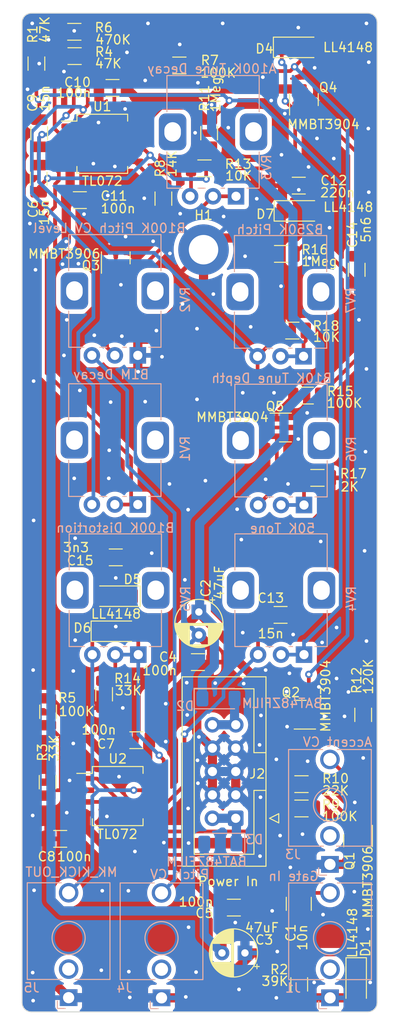
<source format=kicad_pcb>
(kicad_pcb (version 20221018) (generator pcbnew)
  (layers (0 "F.Cu" signal) (31 "B.Cu" signal) (34 "B.Paste" user) (35 "F.Paste" user) (36 "B.SilkS" user "B.Silkscreen") (37 "F.SilkS" user "F.Silkscreen") (38 "B.Mask" user) (39 "F.Mask" user) (44 "Edge.Cuts" user))
  (net 0 "")
  (net 1 "Net-(C1-Pad1)")
  (net 2 "Net-(D1-K)")
  (net 3 "+12V")
  (net 4 "-12V")
  (net 5 "OSC_CTRL")
  (net 6 "OSC_OUTPUT")
  (net 7 "Net-(D4-K)")
  (net 8 "GND")
  (net 9 "Net-(Q4-E)")
  (net 10 "Net-(D7-A)")
  (net 11 "Net-(D5-K)")
  (net 12 "Net-(D5-A)")
  (net 13 "Net-(D2-A)")
  (net 14 "Net-(D3-K)")
  (net 15 "Gate_IN")
  (net 17 "Net-(Q1-B)")
  (net 19 "Net-(J4-PadT)")
  (net 22 "Net-(Q1-E)")
  (net 23 "Net-(Q2-B)")
  (net 24 "Net-(Q3-B)")
  (net 25 "Net-(Q3-E)")
  (net 26 "Net-(Q5-B)")
  (net 27 "Net-(Q5-E)")
  (net 28 "Net-(R4-Pad1)")
  (net 29 "Net-(R9-Pad1)")
  (net 30 "Net-(R13-Pad1)")
  (net 31 "Net-(R17-Pad2)")
  (net 32 "Net-(R18-Pad2)")
  (net 33 "Net-(U1B--)")
  (net 34 "Net-(U2B-+)")
  (net 35 "Net-(U1A--)")
  (net 36 "Net-(U2A--)")
  (net 37 "Net-(U1B-+)")
  (footprint "Capacitor_SMD:C_1206_3216Metric" (layer "F.Cu") (at 227.4806 100.9904)
    (fp_text reference "C4")
    (fp_text value "100n")
  )
  (footprint "Diode_SMD:D_MiniMELF" (layer "F.Cu") (at 238.3533 34.2036)
    (fp_text reference "D4")
    (fp_text value "LL4148")
  )
  (footprint "Resistor_SMD:R_1206_3216Metric" (layer "F.Cu") (at 238.506 136.0023 -90)
    (fp_text reference "R2")
    (fp_text value "39K")
  )
  (footprint "Capacitor_SMD:C_1206_3216Metric" (layer "F.Cu") (at 238.4552 49.2252 180)
    (fp_text reference "C12")
    (fp_text value "220n")
  )
  (footprint "Resistor_SMD:R_1206_3216Metric" (layer "F.Cu") (at 238.7493 116.8908)
    (fp_text reference "R9")
    (fp_text value "100K")
  )
  (footprint "Resistor_SMD:R_1206_3216Metric" (layer "F.Cu") (at 228.1936 47.3456)
    (fp_text reference "R13")
    (fp_text value "10K")
  )
  (footprint "Capacitor_SMD:C_1206_3216Metric" (layer "F.Cu") (at 210.1496 48.4714 90)
    (fp_text reference "C6")
    (fp_text value "15n")
  )
  (footprint "Resistor_SMD:R_1206_3216Metric" (layer "F.Cu") (at 223.7232 50.6369 -90)
    (fp_text reference "R8")
    (fp_text value "14K")
  )
  (footprint "Capacitor_THT:CP_Radial_D5.0mm_P2.50mm" (layer "F.Cu") (at 227.584 95.544 -90)
    (fp_text reference "C2")
    (fp_text value "47uF")
  )
  (footprint "Package_SO:SO-8_5.3x6.2mm_P1.27mm" (layer "F.Cu") (at 217.0736 44.6786)
    (fp_text reference "U1")
    (fp_text value "TL072")
  )
  (footprint "Resistor_SMD:R_1206_3216Metric" (layer "F.Cu") (at 214.0605 35.1536 180)
    (fp_text reference "R4")
    (fp_text value "47K")
  )
  (footprint "Package_TO_SOT_SMD:SOT-23" (layer "F.Cu") (at 238.6076 106.7031 180)
    (fp_text reference "Q2")
    (fp_text value "MMBT3904")
  )
  (footprint "Diode_SMD:D_MiniMELF" (layer "F.Cu") (at 244.7036 135.7656 -90)
    (fp_text reference "D1")
    (fp_text value "LL4148")
  )
  (footprint "Resistor_SMD:R_1206_3216Metric" (layer "F.Cu") (at 245.4656 106.7201 -90)
    (fp_text reference "R12")
    (fp_text value "120K")
  )
  (footprint "Resistor_SMD:R_1206_3216Metric" (layer "F.Cu") (at 225.4611 36.1696)
    (fp_text reference "R7")
    (fp_text value "100K")
  )
  (footprint "Resistor_SMD:R_1206_3216Metric" (layer "F.Cu") (at 238.7493 114.2492 180)
    (fp_text reference "R10")
    (fp_text value "22K")
  )
  (footprint "Resistor_SMD:R_1206_3216Metric" (layer "F.Cu") (at 211.1756 106.3859 90)
    (fp_text reference "R5")
    (fp_text value "100K")
  )
  (footprint "Capacitor_SMD:C_1206_3216Metric" (layer "F.Cu") (at 220.775 109.474 180)
    (fp_text reference "C7")
    (fp_text value "100n")
  )
  (footprint "Capacitor_SMD:C_1206_3216Metric" (layer "F.Cu") (at 210.2104 43.5338 90)
    (fp_text reference "C9")
    (fp_text value "15n")
  )
  (footprint "Package_TO_SOT_SMD:SOT-23" (layer "F.Cu") (at 237.0051 75.504)
    (fp_text reference "Q5")
    (fp_text value "MMBT3904")
  )
  (footprint "Capacitor_SMD:C_1206_3216Metric" (layer "F.Cu") (at 214.6318 50.8 180)
    (fp_text reference "C11")
    (fp_text value "100n")
  )
  (footprint "Resistor_SMD:R_1206_3216Metric" (layer "F.Cu") (at 228.7016 43.5249 -90)
    (fp_text reference "R11")
    (fp_text value "1Meg")
  )
  (footprint "Resistor_SMD:R_1206_3216Metric" (layer "F.Cu") (at 236.5355 56.642)
    (fp_text reference "R16")
    (fp_text value "1Meg")
  )
  (footprint "Resistor_SMD:R_1206_3216Metric" (layer "F.Cu") (at 211.1248 114.0353 -90)
    (fp_text reference "R3")
    (fp_text value "33K")
  )
  (footprint "Capacitor_SMD:C_1206_3216Metric" (layer "F.Cu") (at 218.1842 38.608 180)
    (fp_text reference "C10")
    (fp_text value "100n")
  )
  (footprint "Capacitor_THT:CP_Radial_D5.0mm_P2.50mm" (layer "F.Cu") (at 232.5991 132.588 180)
    (fp_text reference "C3")
    (fp_text value "47uF")
  )
  (footprint "Connector_IDC:IDC-Header_2x05_P2.54mm_Vertical" (layer "F.Cu") (at 231.5972 117.9576 180)
    (fp_text reference "J2")
    (fp_text value "Power In")
  )
  (footprint "Capacitor_SMD:C_1210_3225Metric" (layer "F.Cu") (at 238.4552 127.2522 -90)
    (fp_text reference "C1")
    (fp_text value "10n")
  )
  (footprint "Capacitor_SMD:C_1206_3216Metric" (layer "F.Cu") (at 244.7544 58.371 -90)
    (fp_text reference "C14")
    (fp_text value "5n6")
  )
  (footprint "Resistor_SMD:R_1206_3216Metric" (layer "F.Cu") (at 214.0311 32.512)
    (fp_text reference "R6")
    (fp_text value "470K")
  )
  (footprint "MountingHole:MountingHole_3.2mm_M3_ISO14580_Pad" (layer "F.Cu") (at 228.092 56.1848)
    (fp_text reference "H1")
    (fp_text value "MountingHole_Pad")
  )
  (footprint "Capacitor_SMD:C_1206_3216Metric" (layer "F.Cu") (at 231.3922 127.6604 180)
    (fp_text reference "C5")
    (fp_text value "100n")
  )
  (footprint "Package_TO_SOT_SMD:SOT-23" (layer "F.Cu") (at 244.9068 120.396 -90)
    (fp_text reference "Q1")
    (fp_text value "MMBT3906")
  )
  (footprint "Capacitor_SMD:C_1206_3216Metric" (layer "F.Cu") (at 212.4964 120.1928)
    (fp_text reference "C8")
    (fp_text value "100n")
  )
  (footprint "Diode_SMD:D_MiniMELF" (layer "F.Cu") (at 238.4324 51.9684)
    (fp_text reference "D7")
    (fp_text value "LL4148")
  )
  (footprint "Capacitor_SMD:C_1206_3216Metric" (layer "F.Cu") (at 218.5416 89.6112 180)
    (fp_text reference "C15")
    (fp_text value "3n3")
  )
  (footprint "Diode_SMD:D_MiniMELF" (layer "F.Cu") (at 218.5188 97.6376)
    (fp_text reference "D6")
    (fp_text value "LL4148")
  )
  (footprint "Capacitor_SMD:C_1206_3216Metric" (layer "F.Cu") (at 236.474 95.8596 180)
    (fp_text reference "C13")
    (fp_text value "15n")
  )
  (footprint "Diode_SMD:D_MiniMELF" (layer "F.Cu") (at 218.5416 93.8276 180)
    (fp_text reference "D5")
    (fp_text value "LL4148")
  )
  (footprint "Package_TO_SOT_SMD:SOT-23" (layer "F.Cu") (at 218.5416 57.0715 90)
    (fp_text reference "Q3")
    (fp_text value "MMBT3906")
  )
  (footprint "Package_SO:SO-8_5.3x6.2mm_P1.27mm" (layer "F.Cu") (at 218.75 115.5446)
    (fp_text reference "U2")
    (fp_text value "TL072")
  )
  (footprint "Package_TO_SOT_SMD:SOT-23" (layer "F.Cu") (at 239.014 39.878 90)
    (fp_text reference "Q4")
    (fp_text value "MMBT3904")
  )
  (footprint "Resistor_SMD:R_1206_3216Metric" (layer "F.Cu") (at 217.2716 104.4849 -90)
    (fp_text reference "R14")
    (fp_text value "33K")
  )
  (footprint "Resistor_SMD:R_1206_3216Metric" (layer "F.Cu") (at 239.3188 72.0344)
    (fp_text reference "R15")
    (fp_text value "100K")
  )
  (footprint "Resistor_SMD:R_1206_3216Metric" (layer "F.Cu") (at 240.4872 80.9752 180)
    (fp_text reference "R17")
    (fp_text value "2K")
  )
  (footprint "Resistor_SMD:R_1206_3216Metric" (layer "F.Cu") (at 237.7547 64.9732)
    (fp_text reference "R18")
    (fp_text value "10K")
  )
  (footprint "Resistor_SMD:R_1206_3216Metric" (layer "F.Cu") (at 209.9056 35.9664 -90)
    (fp_text reference "R1")
    (fp_text value "47K")
  )
  (footprint "Connector_Audio:Jack_3.5mm_QingPu_WQP-PJ398SM_Vertical_CircularHoles" (layer "B.Cu") (at 241.8492 122.966)
    (fp_text reference "J3")
    (fp_text value "Accent CV")
  )
  (footprint "Potentiometer_THT:Potentiometer_Alps_RK09K_Single_Vertical" (layer "B.Cu") (at 220.94 67.6656 90)
    (fp_text reference "RV2")
    (fp_text value "B100K Pitch CV Level")
  )
  (footprint "Diode_SMD:D_MiniMELF" (layer "B.Cu") (at 229.7176 104.9528)
    (fp_text reference "D2")
    (fp_text value "BAT48ZFILM")
  )
  (footprint "Connector_Audio:Jack_3.5mm_QingPu_WQP-PJ398SM_Vertical_CircularHoles" (layer "B.Cu") (at 241.8588 137.4648)
    (fp_text reference "J1")
    (fp_text value "Gate In")
  )
  (footprint "Connector_Audio:Jack_3.5mm_QingPu_WQP-PJ398SM_Vertical_CircularHoles" (layer "B.Cu") (at 223.52 137.4648)
    (fp_text reference "J4")
    (fp_text value "Pitch CV")
  )
  (footprint "Potentiometer_THT:Potentiometer_Alps_RK09K_Single_Vertical" (layer "B.Cu") (at 220.94 83.8708 90)
    (fp_text reference "RV1")
    (fp_text value "B1M Decay")
  )
  (footprint "Connector_Audio:Jack_3.5mm_QingPu_WQP-PJ398SM_Vertical_CircularHoles" (layer "B.Cu") (at 213.4108 137.4452)
    (fp_text reference "J5")
    (fp_text value "MK_KICK_OUT")
  )
  (footprint "Potentiometer_THT:Potentiometer_Alps_RK09K_Single_Vertical" (layer "B.Cu") (at 239.0248 100.1776 90)
    (fp_text reference "RV4")
    (fp_text value "50K Tone")
  )
  (footprint "Potentiometer_THT:Potentiometer_Alps_RK09K_Single_Vertical" (layer "B.Cu") (at 220.9908 100.1776 90)
    (fp_text reference "RV5")
    (fp_text value "B100K Distortion")
  )
  (footprint "Potentiometer_THT:Potentiometer_Alps_RK09K_Single_Vertical" (layer "B.Cu") (at 239.0248 83.9216 90)
    (fp_text reference "RV6")
    (fp_text value "B10K Tune Depth")
  )
  (footprint "Potentiometer_THT:Potentiometer_Alps_RK09K_Single_Vertical" (layer "B.Cu") (at 231.6276 50.3832 90)
    (fp_text reference "RV3")
    (fp_text value "A100K Tune Decay")
  )
  (footprint "Potentiometer_THT:Potentiometer_Alps_RK09K_Single_Vertical" (layer "B.Cu") (at 238.974 67.7672 90)
    (fp_text reference "RV7")
    (fp_text value "B250K Pitch")
  )
  (footprint "Diode_SMD:D_MiniMELF" (layer "B.Cu") (at 229.9208 120.7008 180)
    (fp_text reference "D3")
    (fp_text value "BAT48ZFILM")
  )
  (gr_line locked (start 246.241505 30.5258) (end 245.982705 30.4918) (stroke (width 0.1)) (layer "Edge.Cuts"))
  (gr_line locked (start 246.241505 138.957726) (end 246.482705 138.857825) (stroke (width 0.1)) (layer "Edge.Cuts"))
  (gr_line locked (start 208.376779 31.2328) (end 208.342705 31.4918) (stroke (width 0.1)) (layer "Edge.Cuts"))
  (gr_line locked (start 245.982705 30.4918) (end 209.342705 30.4918) (stroke (width 0.1)) (layer "Edge.Cuts"))
  (gr_line locked (start 245.982705 138.9918) (end 246.241505 138.957726) (stroke (width 0.1)) (layer "Edge.Cuts"))
  (gr_line locked (start 246.848705 30.9918) (end 246.689805 30.7848) (stroke (width 0.1)) (layer "Edge.Cuts"))
  (gr_line locked (start 208.635598 138.698907) (end 208.842705 138.857825) (stroke (width 0.1)) (layer "Edge.Cuts"))
  (gr_line locked (start 246.982705 137.9918) (end 246.982705 31.4918) (stroke (width 0.1)) (layer "Edge.Cuts"))
  (gr_line locked (start 208.47668 30.9918) (end 208.376779 31.2328) (stroke (width 0.1)) (layer "Edge.Cuts"))
  (gr_line locked (start 208.342705 137.9918) (end 208.376779 138.250619) (stroke (width 0.1)) (layer "Edge.Cuts"))
  (gr_line locked (start 246.948605 31.2328) (end 246.848705 30.9918) (stroke (width 0.1)) (layer "Edge.Cuts"))
  (gr_line locked (start 246.982705 31.4918) (end 246.948605 31.2328) (stroke (width 0.1)) (layer "Edge.Cuts"))
  (gr_line locked (start 246.848705 138.4918) (end 246.948605 138.250619) (stroke (width 0.1)) (layer "Edge.Cuts"))
  (gr_line locked (start 208.635598 30.7848) (end 208.47668 30.9918) (stroke (width 0.1)) (layer "Edge.Cuts"))
  (gr_line locked (start 209.342705 138.9918) (end 245.982705 138.9918) (stroke (width 0.1)) (layer "Edge.Cuts"))
  (gr_line locked (start 246.689805 138.698907) (end 246.848705 138.4918) (stroke (width 0.1)) (layer "Edge.Cuts"))
  (gr_line locked (start 208.842705 138.857825) (end 209.083886 138.957726) (stroke (width 0.1)) (layer "Edge.Cuts"))
  (gr_line locked (start 209.083886 138.957726) (end 209.342705 138.9918) (stroke (width 0.1)) (layer "Edge.Cuts"))
  (gr_line locked (start 246.482705 138.857825) (end 246.689805 138.698907) (stroke (width 0.1)) (layer "Edge.Cuts"))
  (gr_line locked (start 208.342705 31.4918) (end 208.342705 137.9918) (stroke (width 0.1)) (layer "Edge.Cuts"))
  (gr_line locked (start 246.482705 30.6258) (end 246.241505 30.5258) (stroke (width 0.1)) (layer "Edge.Cuts"))
  (gr_line locked (start 246.948605 138.250619) (end 246.982705 137.9918) (stroke (width 0.1)) (layer "Edge.Cuts"))
  (gr_line locked (start 208.376779 138.250619) (end 208.47668 138.4918) (stroke (width 0.1)) (layer "Edge.Cuts"))
  (gr_line locked (start 208.842705 30.6258) (end 208.635598 30.7848) (stroke (width 0.1)) (layer "Edge.Cuts"))
  (gr_line locked (start 209.342705 30.4918) (end 209.083886 30.5258) (stroke (width 0.1)) (layer "Edge.Cuts"))
  (gr_line locked (start 208.47668 138.4918) (end 208.635598 138.698907) (stroke (width 0.1)) (layer "Edge.Cuts"))
  (gr_line locked (start 246.689805 30.7848) (end 246.482705 30.6258) (stroke (width 0.1)) (layer "Edge.Cuts"))
  (gr_line locked (start 209.083886 30.5258) (end 208.842705 30.6258) (stroke (width 0.1)) (layer "Edge.Cuts"))
  (segment (start 238.7428 126.0648) (end 238.4552 125.7772) (width 0.4) (layer "F.Cu") (net 1))
  (segment (start 241.8588 126.0648) (end 238.7428 126.0648) (width 0.4) (layer "F.Cu") (net 1))
  (segment (start 238.506 132.7479) (end 238.506 134.5398) (width 0.4) (layer "F.Cu") (net 2))
  (segment (start 231.6648 121.9368) (end 238.4552 128.7272) (width 0.4) (layer "F.Cu") (net 2))
  (segment (start 243.4359 132.7479) (end 238.506 132.7479) (width 0.4) (layer "F.Cu") (net 2))
  (segment (start 215.25 116.1796) (end 217.5877 116.1796) (width 0.4) (layer "F.Cu") (net 2))
  (segment (start 217.5877 116.1796) (end 223.3449 121.9368) (width 0.4) (layer "F.Cu") (net 2))
  (segment (start 238.4552 128.7272) (end 238.506 128.778) (width 0.4) (layer "F.Cu") (net 2))
  (segment (start 223.3449 121.9368) (end 231.6648 121.9368) (width 0.4) (layer "F.Cu") (net 2))
  (segment (start 244.7036 134.0156) (end 243.4359 132.7479) (width 0.4) (layer "F.Cu") (net 2))
  (segment (start 238.506 128.778) (end 238.506 132.7479) (width 0.4) (layer "F.Cu") (net 2))
  (segment (start 238.7979 38.7244) (end 239.014 38.9405) (width 1) (layer "F.Cu") (net 3))
  (segment (start 226.0056 100.9904) (end 222.25 104.746) (width 1) (layer "F.Cu") (net 3))
  (segment (start 220.98 40.0526) (end 220.98 42.3672) (width 1) (layer "F.Cu") (net 3))
  (segment (start 219.6592 38.608) (end 220.5736 39.5224) (width 1) (layer "F.Cu") (net 3))
  (segment (start 228.9703 40.4405) (end 228.9703 39.7154) (width 1) (layer "F.Cu") (net 3))
  (segment (start 220.98 42.3672) (end 220.5736 42.7736) (width 1) (layer "F.Cu") (net 3))
  (segment (start 231.8006 100.8336) (end 231.8006 99.8503) (width 1) (layer "F.Cu") (net 3))
  (segment (start 228.9703 39.7154) (end 229.9613 38.7244) (width 1) (layer "F.Cu") (net 3))
  (segment (start 220.5736 39.5224) (end 220.5736 39.6462) (width 1) (layer "F.Cu") (net 3))
  (segment (start 228.9011 39.6462) (end 220.5736 39.6462) (width 1) (layer "F.Cu") (net 3))
  (segment (start 222.25 104.746) (end 222.25 109.474) (width 1) (layer "F.Cu") (net 3))
  (segment (start 227.584 95.6337) (end 227.584 95.544) (width 1) (layer "F.Cu") (net 3))
  (segment (start 211.1756 104.9234) (end 217.4871 111.2349) (width 1) (layer "F.Cu") (net 3))
  (segment (start 225.9246 100.9094) (end 225.9246 97.2931) (width 1) (layer "F.Cu") (net 3))
  (segment (start 222.25 109.474) (end 222.0126 109.7114) (width 1) (layer "F.Cu") (net 3))
  (segment (start 228.9703 39.7154) (end 228.9011 39.6462) (width 1) (layer "F.Cu") (net 3))
  (segment (start 222.0126 111.2349) (end 222.0126 113.4022) (width 1) (layer "F.Cu") (net 3))
  (segment (start 237.6701 106.7031) (end 231.8006 100.8336) (width 1) (layer "F.Cu") (net 3))
  (segment (start 225.9246 97.2931) (end 227.584 95.6337) (width 1) (layer "F.Cu") (net 3))
  (segment (start 222.0126 109.7114) (end 222.0126 111.2349) (width 1) (layer "F.Cu") (net 3))
  (segment (start 231.8006 99.8503) (end 227.584 95.6337) (width 1) (layer "F.Cu") (net 3))
  (segment (start 220.5736 39.6462) (end 220.98 40.0526) (width 1) (layer "F.Cu") (net 3))
  (segment (start 217.4871 111.2349) (end 222.0126 111.2349) (width 1) (layer "F.Cu") (net 3))
  (segment (start 226.0056 100.9904) (end 225.9246 100.9094) (width 1) (layer "F.Cu") (net 3))
  (segment (start 229.9613 38.7244) (end 238.7979 38.7244) (width 1) (layer "F.Cu") (net 3))
  (segment (start 222.0126 113.4022) (end 222.25 113.6396) (width 1) (layer "F.Cu") (net 3))
  (via (at 228.9703 40.4405) (size 0.8) (drill 0.4) (layers "F.Cu" "B.Cu") (net 3))
  (segment (start 227.6671 95.544) (end 227.6671 85.9192) (width 1) (layer "B.Cu") (net 3))
  (segment (start 236.8454 73.8264) (end 240.7657 69.9061) (width 1) (layer "B.Cu") (net 3))
  (segment (start 227.9676 102.6955) (end 229.2699 101.3932) (width 1) (layer "B.Cu") (net 3))
  (segment (start 227.6671 85.9192) (end 236.8454 76.7409) (width 1) (layer "B.Cu") (net 3))
  (segment (start 240.7657 66.5136) (end 237.8208 63.5687) (width 1) (layer "B.Cu") (net 3))
  (segment (start 240.7657 69.9061) (end 240.7657 66.5136) (width 1) (layer "B.Cu") (net 3))
  (segment (start 237.8208 52.0598) (end 228.9703 43.2093) (width 1) (layer "B.Cu") (net 3))
  (segment (start 229.2699 97.1468) (end 227.6671 95.544) (width 1) (layer "B.Cu") (net 3))
  (segment (start 229.2699 101.3932) (end 229.2699 97.1468) (width 1) (layer "B.Cu") (net 3))
  (segment (start 236.8454 76.7409) (end 236.8454 73.8264) (width 1) (layer "B.Cu") (net 3))
  (segment (start 227.6671 95.544) (end 227.584 95.544) (width 1) (layer "B.Cu") (net 3))
  (segment (start 228.9703 43.2093) (end 228.9703 40.4405) (width 1) (layer "B.Cu") (net 3))
  (segment (start 237.8208 63.5687) (end 237.8208 52.0598) (width 1) (layer "B.Cu") (net 3))
  (segment (start 227.9676 104.9528) (end 227.9676 102.6955) (width 1) (layer "B.Cu") (net 3))
  (segment (start 213.5736 50.3832) (end 213.5736 46.5836) (width 1) (layer "F.Cu") (net 4))
  (segment (start 213.1568 50.8) (end 213.5736 50.3832) (width 1) (layer "F.Cu") (net 4))
  (segment (start 215.25 117.4496) (end 215.25 118.9142) (width 1) (layer "F.Cu") (net 4))
  (segment (start 230.0991 127.8423) (end 230.0991 132.588) (width 1) (layer "F.Cu") (net 4))
  (segment (start 213.1568 55.2997) (end 213.1568 50.8) (width 1) (layer "F.Cu") (net 4))
  (segment (start 225.3475 123.0907) (end 229.9172 127.6604) (width 1) (layer "F.Cu") (net 4))
  (segment (start 215.25 118.9142) (end 219.4265 123.0907) (width 1) (layer "F.Cu") (net 4))
  (segment (start 219.4265 123.0907) (end 225.3475 123.0907) (width 1) (layer "F.Cu") (net 4))
  (segment (start 215.25 118.9142) (end 213.9714 120.1928) (width 1) (layer "F.Cu") (net 4))
  (segment (start 229.9172 127.6604) (end 230.0991 127.8423) (width 1) (layer "F.Cu") (net 4))
  (via (at 213.1568 55.2997) (size 0.8) (drill 0.4) (layers "F.Cu" "B.Cu") (net 4))
  (segment (start 228.1708 128.0241) (end 212.6779 128.0241) (width 1) (layer "B.Cu") (net 4))
  (segment (start 212.6779 128.0241) (end 211.4884 126.8346) (width 1) (layer "B.Cu") (net 4))
  (segment (start 211.4884 56.9681) (end 213.1568 55.2997) (width 1) (layer "B.Cu") (net 4))
  (segment (start 228.1708 130.6597) (end 230.0991 132.588) (width 1) (layer "B.Cu") (net 4))
  (segment (start 228.1708 128.0241) (end 228.1708 130.6597) (width 1) (layer "B.Cu") (net 4))
  (segment (start 211.4884 126.8346) (end 211.4884 56.9681) (width 1) (layer "B.Cu") (net 4))
  (segment (start 228.1708 120.7008) (end 228.1708 128.0241) (width 1) (layer "B.Cu") (net 4))
  (segment (start 235.277 75.504) (end 233.974 74.201) (width 0.4) (layer "F.Cu") (net 5))
  (segment (start 213.1337 41.6097) (end 213.9696 40.7738) (width 0.4) (layer "F.Cu") (net 5))
  (segment (start 210.2104 43.9739) (end 210.2104 45.0088) (width 0.4) (layer "F.Cu") (net 5))
  (segment (start 233.974 67.7672) (end 235.073 66.6682) (width 0.4) (layer "F.Cu") (net 5))
  (segment (start 210.1496 45.0696) (end 210.2104 45.0088) (width 0.4) (layer "F.Cu") (net 5))
  (segment (start 210.5085 43.6758) (end 210.2104 43.9739) (width 0.4) (layer "F.Cu") (net 5))
  (segment (start 213.9696 40.7738) (end 213.9696 33.913) (width 0.4) (layer "F.Cu") (net 5))
  (segment (start 210.1496 46.9964) (end 210.1496 45.0696) (width 0.4) (layer "F.Cu") (net 5))
  (segment (start 237.9426 75.504) (end 235.277 75.504) (width 0.4) (layer "F.Cu") (net 5))
  (segment (start 235.073 66.6682) (end 235.073 56.642) (width 0.4) (layer "F.Cu") (net 5))
  (segment (start 213.9696 33.913) (end 212.5686 32.512) (width 0.4) (layer "F.Cu") (net 5))
  (segment (start 233.974 74.201) (end 233.974 67.7672) (width 0.4) (layer "F.Cu") (net 5))
  (via (at 210.5085 43.6758) (size 0.8) (drill 0.4) (layers "F.Cu" "B.Cu") (net 5))
  (via (at 213.1337 41.6097) (size 0.8) (drill 0.4) (layers "F.Cu" "B.Cu") (net 5))
  (segment (start 213.1337 41.6283) (end 213.1337 41.6097) (width 0.4) (layer "B.Cu") (net 5))
  (segment (start 210.1832 44.0011) (end 210.1832 48.832) (width 0.4) (layer "B.Cu") (net 5))
  (segment (start 210.5085 43.6758) (end 211.0862 43.6758) (width 0.4) (layer "B.Cu") (net 5))
  (segment (start 210.1832 48.832) (end 217.8735 56.5223) (width 0.4) (layer "B.Cu") (net 5))
  (segment (start 222.7291 56.5223) (end 233.974 67.7672) (width 0.4) (layer "B.Cu") (net 5))
  (segment (start 210.5085 43.6758) (end 210.1832 44.0011) (width 0.4) (layer "B.Cu") (net 5))
  (segment (start 217.8735 56.5223) (end 222.7291 56.5223) (width 0.4) (layer "B.Cu") (net 5))
  (segment (start 211.0862 43.6758) (end 213.1337 41.6283) (width 0.4) (layer "B.Cu") (net 5))
  (segment (start 220.5736 44.0436) (end 221.2523 44.0436) (width 0.4) (layer "F.Cu") (net 6))
  (segment (start 221.2523 44.0436) (end 222.2791 43.0168) (width 0.4) (layer "F.Cu") (net 6))
  (segment (start 223.5072 40.7656) (end 227.4048 40.7656) (width 0.4) (layer "F.Cu") (net 6))
  (segment (start 210.2104 42.0588) (end 210.2104 39.9281) (width 0.4) (layer "F.Cu") (net 6))
  (segment (start 230.8928 40.089) (end 228.9194 42.0624) (width 0.4) (layer "F.Cu") (net 6))
  (segment (start 222.2791 41.9937) (end 223.5072 40.7656) (width 0.4) (layer "F.Cu") (net 6))
  (segment (start 209.9056 39.6233) (end 209.9056 37.4289) (width 0.4) (layer "F.Cu") (net 6))
  (segment (start 230.8928 39.9763) (end 230.8928 40.089) (width 0.4) (layer "F.Cu") (net 6))
  (segment (start 227.4048 40.7656) (end 228.7016 42.0624) (width 0.4) (layer "F.Cu") (net 6))
  (segment (start 228.9194 42.0624) (end 228.7016 42.0624) (width 0.4) (layer "F.Cu") (net 6))
  (segment (start 222.2791 43.0168) (end 222.2791 41.9937) (width 0.4) (layer "F.Cu") (net 6))
  (segment (start 210.1315 39.8492) (end 209.9056 39.6233) (width 0.4) (layer "F.Cu") (net 6))
  (segment (start 210.2104 39.9281) (end 210.1315 39.8492) (width 0.4) (layer "F.Cu") (net 6))
  (via (at 210.1315 39.8492) (size 0.8) (drill 0.4) (layers "F.Cu" "B.Cu") (net 6))
  (via (at 230.8928 39.9763) (size 0.8) (drill 0.4) (layers "F.Cu" "B.Cu") (net 6))
  (segment (start 210.5939 39.3868) (end 210.1315 39.8492) (width 0.4) (layer "B.Cu") (net 6))
  (segment (start 230.8928 39.9763) (end 233.9767 39.9763) (width 0.4) (layer "B.Cu") (net 6))
  (segment (start 230.8928 39.9763) (end 230.3033 39.3868) (width 0.4) (layer "B.Cu") (net 6))
  (segment (start 243.0113 94.9296) (end 239.2152 98.7257) (width 0.4) (layer "B.Cu") (net 6))
  (segment (start 236.5248 100.1776) (end 239.0248 100.1776) (width 0.4) (layer "B.Cu") (net 6))
  (segment (start 239.2152 98.7257) (end 239.0248 98.7257) (width 0.4) (layer "B.Cu") (net 6))
  (segment (start 233.9767 39.9763) (end 243.0113 49.0109) (width 0.4) (layer "B.Cu") (net 6))
  (segment (start 230.3033 39.3868) (end 210.5939 39.3868) (width 0.4) (layer "B.Cu") (net 6))
  (segment (start 239.0248 100.1776) (end 239.0248 98.7257) (width 0.4) (layer "B.Cu") (net 6))
  (segment (start 243.0113 49.0109) (end 243.0113 94.9296) (width 0.4) (layer "B.Cu") (net 6))
  (segment (start 238.064 47.359) (end 239.9302 49.2252) (width 0.4) (layer "F.Cu") (net 7))
  (segment (start 237.7679 40.8155) (end 236.9896 40.0372) (width 0.4) (layer "F.Cu") (net 7))
  (segment (start 238.064 40.8155) (end 238.064 47.3456) (width 0.4) (layer "F.Cu") (net 7))
  (segment (start 236.6033 35.8302) (end 236.6033 34.2036) (width 0.4) (layer "F.Cu") (net 7))
  (segment (start 238.064 40.8155) (end 237.7679 40.8155) (width 0.4) (layer "F.Cu") (net 7))
  (segment (start 238.064 47.3456) (end 238.064 47.359) (width 0.4) (layer "F.Cu") (net 7))
  (segment (start 238.064 47.3456) (end 229.6561 47.3456) (width 0.4) (layer "F.Cu") (net 7))
  (via (at 236.6033 35.8302) (size 0.8) (drill 0.4) (layers "F.Cu" "B.Cu") (net 7))
  (via (at 236.9896 40.0372) (size 0.8) (drill 0.4) (layers "F.Cu" "B.Cu") (net 7))
  (segment (start 236.9896 36.2165) (end 236.6033 35.8302) (width 0.4) (layer "B.Cu") (net 7))
  (segment (start 236.9896 40.0372) (end 236.9896 36.2165) (width 0.4) (layer "B.Cu") (net 7))
  (segment (start 243.7265 137.5156) (end 244.7036 137.5156) (width 1) (layer "F.Cu") (net 8))
  (segment (start 228.2952 75.2348) (end 222.4764 69.416) (width 1) (layer "F.Cu") (net 8))
  (segment (start 216.7092 44.5588) (end 216.1068 45.1612) (width 1) (layer "F.Cu") (net 8))
  (segment (start 216.662 42.3672) (end 216.7092 42.4144) (width 1) (layer "F.Cu") (net 8))
  (segment (start 216.7092 42.32) (end 216.662 42.3672) (width 1) (layer "F.Cu") (net 8))
  (segment (start 219.3 106.0873) (end 219.3036 106.0909) (width 1) (layer "F.Cu") (net 8))
  (segment (start 229.0572 112.8776) (end 229.0572 110.3376) (width 1) (layer "F.Cu") (net 8))
  (segment (start 229.0572 110.3376) (end 227.838 109.1184) (width 1) (layer "F.Cu") (net 8))
  (segment (start 227.584 108.8644) (end 227.3553 108.6357) (width 1) (layer "F.Cu") (net 8))
  (segment (start 220.8867 69.4693) (end 215.2269 69.4693) (width 1) (layer "F.Cu") (net 8))
  (segment (start 236.5355 52.1153) (end 236.5355 54.9141) (width 1) (layer "F.Cu") (net 8))
  (segment (start 236.5355 64.7299) (end 236.2922 64.9732) (width 1) (layer "F.Cu") (net 8))
  (segment (start 215.2269 69.4693) (end 214.173 68.4154) (width 1) (layer "F.Cu") (net 8))
  (segment (start 216.3948 56.134) (end 218.5416 56.134) (width 1) (layer "F.Cu") (net 8))
  (segment (start 219.1601 105.9474) (end 219.1601 105.0131) (width 1) (layer "F.Cu") (net 8))
  (segment (start 236.6824 49.523) (end 236.6824 51.9684) (width 1) (layer "F.Cu") (net 8))
  (segment (start 220.94 65.9137) (end 221.9254 65.9137) (width 1) (layer "F.Cu") (net 8))
  (segment (start 216.3948 62.5731) (end 216.3948 56.134) (width 1) (layer "F.Cu") (net 8))
  (segment (start 236.6824 51.9684) (end 236.5355 52.1153) (width 1) (layer "F.Cu") (net 8))
  (segment (start 219.3036 106.0909) (end 219.3036 105.9688) (width 1) (layer "F.Cu") (net 8))
  (segment (start 222.9612 64.9732) (end 222.9612 64.8779) (width 1) (layer "F.Cu") (net 8))
  (segment (start 226.1616 137.3632) (end 226.06 137.4648) (width 1) (layer "F.Cu") (net 8))
  (segment (start 237.949 95.8596) (end 240.9462 98.8568) (width 1) (layer "F.Cu") (net 8))
  (segment (start 216.7092 38.608) (end 216.7092 42.32) (width 1) (layer "F.Cu") (net 8))
  (segment (start 226.2632 137.4648) (end 226.1616 137.3632) (width 1) (layer "F.Cu") (net 8))
  (segment (start 216.1068 50.8) (end 216.1068 46.8412) (width 1) (layer "F.Cu") (net 8))
  (segment (start 236.5355 60.1365) (end 236.5248 60.1472) (width 1) (layer "F.Cu") (net 8))
  (segment (start 221.0076 69.416) (end 220.98 69.4436) (width 1) (layer "F.Cu") (net 8))
  (segment (start 228.5483 137.4648) (end 226.2632 137.4648) (width 1) (layer "F.Cu") (net 8))
  (segment (start 236.7358 94.6464) (end 237.949 95.8596) (width 1) (layer "F.Cu") (net 8))
  (segment (start 241.9497 80.9752) (end 241.9497 84.0107) (width 1) (layer "F.Cu") (net 8))
  (segment (start 236.7358 93.1043) (end 236.7358 94.6464) (width 1) (layer "F.Cu") (net 8))
  (segment (start 233.1557 89.5242) (end 234.796 91.1644) (width 1) (layer "F.Cu") (net 8))
  (segment (start 216.1068 46.834) (end 216.1068 45.1612) (width 1) (layer "F.Cu") (net 8))
  (segment (start 228.346 81.3308) (end 228.346 87.1138) (width 1) (layer "F.Cu") (net 8))
  (segment (start 227.3553 102.5907) (end 228.9556 100.9904) (width 1) (layer "F.Cu") (net 8))
  (segment (start 234.251 133.2098) (end 234.251 132.588) (width 1) (layer "F.Cu") (net 8))
  (segment (start 240.9952 98.8568) (end 240.9952 98.9058) (width 1) (layer "F.Cu") (net 8))
  (segment (start 236.5248 60.1472) (end 236.5355 60.1579) (width 1) (layer "F.Cu") (net 8))
  (segment (start 243.6757 137.4648) (end 243.7265 137.5156) (width 1) (layer "F.Cu") (net 8))
  (segment (start 241.9497 84.0107) (end 234.796 91.1644) (width 1) (layer "F.Cu") (net 8))
  (segment (start 232.5991 132.588) (end 233.4251 132.588) (width 1) (layer "F.Cu") (net 8))
  (segment (start 228.2952 81.28) (end 228.2952 75.2348) (width 1) (layer "F.Cu") (net 8))
  (segment (start 211.0214 135.0558) (end 211.0214 120.1928) (width 1) (layer "F.Cu") (net 8))
  (segment (start 236.5355 54.9141) (end 236.5355 60.1365) (width 1) (layer "F.Cu") (net 8))
  (segment (start 240.9462 98.8568) (end 240.9952 98.8568) (width 1) (layer "F.Cu") (net 8))
  (segment (start 220.94 69.416) (end 220.8867 69.4693) (width 1) (layer "F.Cu") (net 8))
  (segment (start 227.3553 108.6357) (end 227.3553 102.5907) (width 1) (layer "F.Cu") (net 8))
  (segment (start 219.3036 105.9688) (end 219.1815 105.9688) (width 1) (layer "F.Cu") (net 8))
  (segment (start 210.0899 103.5037) (end 209.4217 104.1719) (width 1) (layer "F.Cu") (net 8))
  (segment (start 219.1601 105.9474) (end 217.2716 105.9474) (width 1) (layer "F.Cu") (net 8))
  (segment (start 216.1032 46.8376) (end 216.1068 46.834) (width 1) (layer "F.Cu") (net 8))
  (segment (start 214.8279 103.5037) (end 210.0899 103.5037) (width 1) (layer "F.Cu") (net 8))
  (segment (start 219.3 109.474) (end 219.3 106.0873) (width 1) (layer "F.Cu") (net 8))
  (segment (start 221.9254 65.9137) (end 222.8659 64.9732) (width 1) (layer "F.Cu") (net 8))
  (segment (start 220.98 69.4436) (end 220.9524 69.416) (width 1) (layer "F.Cu") (net 8))
  (segment (start 233.4251 132.588) (end 228.5483 137.4648) (width 1) (layer "F.Cu") (net 8))
  (segment (start 241.8588 137.4648) (end 243.6757 137.4648) (width 1) (layer "F.Cu") (net 8))
  (segment (start 225.806 62.0331) (end 228.092 59.7471) (width 1) (layer "F.Cu") (net 8))
  (segment (start 232.8672 130.668) (end 232.8672 127.6604) (width 1) (layer "F.Cu") (net 8))
  (segment (start 219.6886 56.134) (end 223.7232 52.0994) (width 1) (layer "F.Cu") (net 8))
  (segment (start 222.8984 98.4074) (end 225.4119 95.8939) (width 1) (layer "F.Cu") (net 8))
  (segment (start 234.796 91.1644) (end 236.7358 93.1043) (width 1) (layer "F.Cu") (net 8))
  (segment (start 225.4119 95.8939) (end 225.4119 94.8687) (width 1) (layer "F.Cu") (net 8))
  (segment (start 231.5972 112.8776) (end 231.5972 115.4176) (width 1) (layer "F.Cu") (net 8))
  (segment (start 244.4444 104.2364) (end 243.8585 104.2364) (width 1) (layer "F.Cu") (net 8))
  (segment (start 216.3948 51.088) (end 216.1068 50.8) (width 1) (layer "F.Cu") (net 8))
  (segment (start 214.173 68.4154) (end 214.173 64.7949) (width 1) (layer "F.Cu") (net 8))
  (segment (start 236.5355 60.1579) (end 236.5355 64.7299) (width 1) (layer "F.Cu") (net 8))
  (segment (start 229.0572 112.8776) (end 229.0572 115.4176) (width 1) (layer "F.Cu") (net 8))
  (segment (start 219.1601 105.0131) (end 222.8984 101.2748) (width 1) (layer "F.Cu") (net 8))
  (segment (start 243.8585 101.7691) (end 243.8585 104.2364) (width 1) (layer "F.Cu") (net 8))
  (segment (start 228.092 59.7471) (end 228.092 56.1848) (width 1) (layer "F.Cu") (net 8))
  (segment (start 222.4764 69.416) (end 221.0076 69.416) (width 1) (layer "F.Cu") (net 8))
  (segment (start 240.9952 98.9058) (end 243.8585 101.7691) (width 1) (layer "F.Cu") (net 8))
  (segment (start 226.06 137.4648) (end 223.52 137.4648) (width 1) (layer "F.Cu") (net 8))
  (segment (start 233.4251 132.588) (end 234.251 132.588) (width 1) (layer "F.Cu") (net 8))
  (segment (start 228.9556 99.4156) (end 228.9556 100.9904) (width 1) (layer "F.Cu") (net 8))
  (segment (start 232.5991 132.588) (end 232.5991 130.9361) (width 1) (layer "F.Cu") (net 8))
  (segment (start 216.1068 45.1612) (end 215.9544 45.3136) (width 0.601) (layer "F.Cu") (net 8))
  (segment (start 219.1815 105.9688) (end 219.1601 105.9474) (width 1) (layer "F.Cu") (net 8))
  (segment (start 241.8492 122.966) (end 243.6661 122.966) (width 1) (layer "F.Cu") (net 8))
  (segment (start 209.4217 104.1719) (end 209.4217 110.8697) (width 1) (layer "F.Cu") (net 8))
  (segment (start 228.346 87.1138) (end 230.7564 89.5242) (width 1) (layer "F.Cu") (net 8))
  (segment (start 225.806 62.0776) (end 225.806 62.0331) (width 1) (layer "F.Cu") (net 8))
  (segment (start 229.3627 54.9141) (end 236.5355 54.9141) (width 1) (layer "F.Cu") (net 8))
  (segment (start 220.94 67.6656) (end 220.94 65.9137) (width 1) (layer "F.Cu") (net 8))
  (segment (start 245.4656 105.2576) (end 244.4444 104.2364) (width 1) (layer "F.Cu") (net 8))
  (segment (start 236.9802 49.2252) (end 236.6824 49.523) (width 1) (layer "F.Cu") (net 8))
  (segment (start 222.9612 64.8779) (end 225.7615 62.0776) (width 1) (layer "F.Cu") (net 8))
  (segment (start 214.173 64.7949) (end 216.3948 62.5731) (width 1) (layer "F.Cu") (net 8))
  (segment (start 225.4119 94.8687) (end 230.7564 89.5242) (width 1) (layer "F.Cu") (net 8))
  (segment (start 227.584 98.044) (end 228.9556 99.4156) (width 1) (layer "F.Cu") (net 8))
  (segment (start 218.5416 56.134) (end 219.6886 56.134) (width 1) (layer "F.Cu") (net 8))
  (segment (start 209.4217 110.8697) (end 211.1248 112.5728) (width 1) (layer "F.Cu") (net 8))
  (segment (start 216.1068 46.8412) (end 216.1032 46.8376) (width 1) (layer "F.Cu") (net 8))
  (segment (start 228.2952 81.28) (end 228.346 81.3308) (width 1) (layer "F.Cu") (net 8))
  (segment (start 228.092 56.1848) (end 229.3627 54.9141) (width 1) (layer "F.Cu") (net 8))
  (segment (start 241.8588 137.4648) (end 238.506 137.4648) (width 1) (layer "F.Cu") (net 8))
  (segment (start 238.506 137.4648) (end 234.251 133.2098) (width 1) (layer "F.Cu") (net 8))
  (segment (start 222.8984 101.2748) (end 222.8984 98.4074) (width 1) (layer "F.Cu") (net 8))
  (segment (start 215.9544 45.3136) (end 213.5736 45.3136) (width 0.601) (layer "F.Cu") (net 8))
  (segment (start 227.838 109.1184) (end 227.584 109.1184) (width 1) (layer "F.Cu") (net 8))
  (segment (start 227.584 109.1184) (end 227.584 108.8644) (width 1) (layer "F.Cu") (net 8))
  (segment (start 232.5991 130.9361) (end 232.8672 130.668) (width 1) (layer "F.Cu") (net 8))
  (segment (start 216.7092 42.4144) (end 216.7092 44.5588) (width 1) (layer "F.Cu") (net 8))
  (segment (start 213.4108 137.4452) (end 211.0214 135.0558) (width 1) (layer "F.Cu") (net 8))
  (segment (start 220.94 69.416) (end 220.94 67.6656) (width 1) (layer "F.Cu") (net 8))
  (segment (start 222.8659 64.9732) (end 222.9612 64.9732) (width 1) (layer "F.Cu") (net 8))
  (segment (start 243.6661 122.966) (end 243.6661 122.5742) (width 1) (layer "F.Cu") (net 8))
  (segment (start 230.7564 89.5242) (end 233.1557 89.5242) (width 1) (layer "F.Cu") (net 8))
  (segment (start 220.9524 69.416) (end 220.94 69.416) (width 1) (layer "F.Cu") (net 8))
  (segment (start 243.6661 122.5742) (end 244.9068 121.3335) (width 1) (layer "F.Cu") (net 8))
  (segment (start 216.3948 56.134) (end 216.3948 51.088) (width 1) (layer "F.Cu") (net 8))
  (segment (start 225.7615 62.0776) (end 225.806 62.0776) (width 1) (layer "F.Cu") (net 8))
  (segment (start 217.2716 105.9474) (end 214.8279 103.5037) (width 1) (layer "F.Cu") (net 8))
  (via (at 214.0204 81.026) (size 0.8) (drill 0.4) (layers "F.Cu" "B.Cu") (net 8))
  (via (at 236.1184 132.4356) (size 0.8) (drill 0.4) (layers "F.Cu" "B.Cu") (net 8))
  (via (at 238.4044 76.7588) (size 0.8) (drill 0.4) (layers "F.Cu" "B.Cu") (net 8))
  (via (at 208.9404 38.7604) (size 0.8) (drill 0.4) (layers "F.Cu" "B.Cu") (net 8))
  (via (at 233.8832 50.6476) (size 0.8) (drill 0.4) (layers "F.Cu" "B.Cu") (net 8))
  (via (at 217.7796 81.026) (size 0.8) (drill 0.4) (layers "F.Cu" "B.Cu") (net 8))
  (via (at 211.2264 33.3756) (size 0.8) (drill 0.4) (layers "F.Cu" "B.Cu") (net 8))
  (via (at 224.4344 56.5912) (size 0.8) (drill 0.4) (layers "F.Cu" "B.Cu") (net 8))
  (via (at 212.7504 57.7596) (size 0.8) (drill 0.4) (layers "F.Cu" "B.Cu") (net 8))
  (via (at 222.9612 64.9732) (size 0.8) (drill 0.4) (layers "F.Cu" "B.Cu") (net 8))
  (via (at 240.8428 87.884) (size 0.8) (drill 0.4) (layers "F.Cu" "B.Cu") (net 8))
  (via (at 244.5512 116.2304) (size 0.8) (drill 0.4) (layers "F.Cu" "B.Cu") (net 8))
  (via (at 245.8212 31.5976) (size 0.8) (drill 0.4) (layers "F.Cu" "B.Cu") (net 8))
  (via (at 214.63 71.4756) (size 0.8) (drill 0.4) (layers "F.Cu" "B.Cu") (net 8))
  (via (at 226.2632 103.2256) (size 0.8) (drill 0.4) (layers "F.Cu" "B.Cu") (net 8))
  (via (at 210.2104 35.9664) (size 0.8) (drill 0.4) (layers "F.Cu" "B.Cu") (net 8))
  (via (at 219.9132 125.8316) (size 0.8) (drill 0.4) (layers "F.Cu" "B.Cu") (net 8))
  (via (at 236.9312 41.402) (size 0.8) (drill 0.4) (layers "F.Cu" "B.Cu") (net 8))
  (via (at 235.458 39.9796) (size 0.8) (drill 0.4) (layers "F.Cu" "B.Cu") (net 8))
  (via (at 209.6008 85.598) (size 0.8) (drill 0.4) (layers "F.Cu" "B.Cu") (net 8))
  (via (at 217.0684 125.8316) (size 0.8) (drill 0.4) (layers "F.Cu" "B.Cu") (net 8))
  (via (at 209.4484 31.5976) (size 0.8) (drill 0.4) (layers "F.Cu" "B.Cu") (net 8))
  (via (at 241.0968 128.4224) (size 0.8) (drill 0.4) (layers "F.Cu" "B.Cu") (net 8))
  (via (at 240.6396 103.6828) (size 0.8) (drill 0.4) (layers "F.Cu" "B.Cu") (net 8))
  (via (at 219.3036 105.9688) (size 0.8) (drill 0.4) (layers "F.Cu" "B.Cu") (net 8))
  (via (at 234.188 109.982) (size 0.8) (drill 0.4) (layers "F.Cu" "B.Cu") (net 8))
  (via (at 231.9528 136.5504) (size 0.8) (drill 0.4) (layers "F.Cu" "B.Cu") (net 8))
  (via (at 227.3808 72.4408) (size 0.8) (drill 0.4) (layers "F.Cu" "B.Cu") (net 8))
  (via (at 226.4664 129.794) (size 0.8) (drill 0.4) (layers "F.Cu" "B.Cu") (net 8))
  (via (at 217.5764 117.7544) (size 0.8) (drill 0.4) (layers "F.Cu" "B.Cu") (net 8))
  (via (at 220.0656 137.414) (size 0.8) (drill 0.4) (layers "F.Cu" "B.Cu") (net 8))
  (via (at 233.2228 64.5668) (size 0.8) (drill 0.4) (layers "F.Cu" "B.Cu") (net 8))
  (via (at 227.4824 38.0492) (size 0.8) (drill 0.4) (layers "F.Cu" "B.Cu") (net 8))
  (via (at 234.3404 106.7816) (size 0.8) (drill 0.4) (layers "F.Cu" "B.Cu") (net 8))
  (via (at 227.1776 43.4848) (size 0.8) (drill 0.4) (layers "F.Cu" "B.Cu") (net 8))
  (via (at 214.122 98.6028) (size 0.8) (drill 0.4) (layers "F.Cu" "B.Cu") (net 8))
  (via (at 226.314 106.7308) (size 0.8) (drill 0.4) (layers "F.Cu" "B.Cu") (net 8))
  (via (at 240.1824 36.4236) (size 0.8) (drill 0.4) (layers "F.Cu" "B.Cu") (net 8))
  (via (at 231.5464 129.286) (size 0.8) (drill 0.4) (layers "F.Cu" "B.Cu") (net 8))
  (via (at 213.9188 109.8296) (size 0.8) (drill 0.4) (layers "F.Cu" "B.Cu") (net 8))
  (via (at 245.618 88.9) (size 0.8) (drill 0.4) (layers "F.Cu" "B.Cu") (net 8))
  (via (at 214.122 87.5284) (size 0.8) (drill 0.4) (layers "F.Cu" "B.Cu") (net 8))
  (via (at 227.4824 114.1476) (size 0.8) (drill 0.4) (layers "F.Cu" "B.Cu") (net 8))
  (via (at 225.806 62.0776) (size 0.8) (drill 0.4) (layers "F.Cu" "B.Cu") (net 8))
  (via (at 209.55 101.854) (size 0.8) (drill 0.4) (layers "F.Cu" "B.Cu") (net 8))
  (via (at 216.9668 134.4676) (size 0.8) (drill 0.4) (layers "F.Cu" "B.Cu") (net 8))
  (via (at 227.4316 111.6584) (size 0.8) (drill 0.4) (layers "F.Cu" "B.Cu") (net 8))
  (via (at 224.3836 81.6356) (size 0.8) (drill 0.4) (layers "F.Cu" "B.Cu") (net 8))
  (via (at 245.4656 111.4044) (size 0.8) (drill 0.4) (layers "F.Cu" "B.Cu") (net 8))
  (via (at 213.2076 117.348) (size 0.8) (drill 0.4) (layers "F.Cu" "B.Cu") (net 8))
  (via (at 240.4364 44.0944) (size 0.8) (drill 0.4) (layers "F.Cu" "B.Cu") (net 8))
  (via (at 240.9952 98.8568) (size 0.8) (drill 0.4) (layers "F.Cu" "B.Cu") (net 8))
  (via (at 234.8484 101.854) (size 0.8) (drill 0.4) (layers "F.Cu" "B.Cu") (net 8))
  (via (at 245.7196 78.1304) (size 0.8) (drill 0.4) (layers "F.Cu" "B.Cu") (net 8))
  (via (at 217.9828 72.7456) (size 0.8) (drill 0.4) (layers "F.Cu" "B.Cu") (net 8))
  (via (at 242.2652 46.2788) (size 0.8) (drill 0.4) (layers "F.Cu" "B.Cu") (net 8))
  (via (at 219.5576 40.894) (size 0.8) (drill 0.4) (layers "F.Cu" "B.Cu") (net 8))
  (via (at 219.6084 54.7624) (size 0.8) (drill 0.4) (layers "F.Cu" "B.Cu") (net 8))
  (via (at 246.2276 135.7884) (size 0.8) (drill 0.4) (layers "F.Cu" "B.Cu") (net 8))
  (via (at 209.6008 70.4596) (size 0.8) (drill 0.4) (layers "F.Cu" "B.Cu") (net 8))
  (via (at 216.662 42.3672) (size 0.8) (drill 0.4) (layers "F.Cu" "B.Cu") (net 8))
  (via (at 219.7608 34.7472) (size 0.8) (drill 0.4) (layers "F.Cu" "B.Cu") (net 8))
  (via (at 209.1944 53.34) (size 0.8) (drill 0.4) (layers "F.Cu" "B.Cu") (net 8))
  (via (at 209.4992 117.6528) (size 0.8) (drill 0.4) (layers "F.Cu" "B.Cu") (net 8))
  (via (at 234.2896 115.6716) (size 0.8) (drill 0.4) (layers "F.Cu" "B.Cu") (net 8))
  (via (at 222.0468 31.5976) (size 0.8) (drill 0.4) (layers "F.Cu" "B.Cu") (net 8))
  (via (at 235.7628 71.7296) (size 0.8) (drill 0.4) (layers "F.Cu" "B.Cu") (net 8))
  (via (at 219.964 134.62) (size 0.8) (drill 0.4) (layers "F.Cu" "B.Cu") (net 8))
  (via (at 232.6132 56.896) (size 0.8) (drill 0.4) (layers "F.Cu" "B.Cu") (net 8))
  (via (at 222.6056 55.2704) (size 0.8) (drill 0.4) (layers "F.Cu" "B.Cu") (net 8))
  (via (at 245.9736 129.9972) (size 0.8) (drill 0.4) (layers "F.Cu" "B.Cu") (net 8))
  (via (at 216.2048 65.4812) (size 0.8) (drill 0.4) (layers "F.Cu" "B.Cu") (net 8))
  (via (at 209.55 137.7696) (size 0.8) (drill 0.4) (layers "F.Cu" "B.Cu") (net 8))
  (via (at 238.4552 49.6824) (size 0.8) (drill 0.4) (layers "F.Cu" "B.Cu") (net 8))
  (via (at 237.5408 123.2916) (size 0.8) (drill 0.4) (layers "F.Cu" "B.Cu") (net 8))
  (via (at 234.8484 81.1276) (size 0.8) (drill 0.4) (layers "F.Cu" "B.Cu") (net 8))
  (via (at 226.4156 116.8908) (size 0.8) (drill 0.4) (layers "F.Cu" "B.Cu") (net 8))
  (via (at 232.4608 103.3272) (size 0.8) (drill 0.4) (layers "F.Cu" "B.Cu") (net 8))
  (via (at 223.9772 105.5116) (size 0.8) (drill 0.4) (layers "F.Cu" "B.Cu") (net 8))
  (via (at 218.5416 91.8464) (size 0.8) (drill 0.4) (layers "F.Cu" "B.Cu") (net 8))
  (via (at 227.3808 64.77) (size 0.8) (drill 0.4) (layers "F.Cu" "B.Cu") (net 8))
  (via (at 227.584 109.1184) (size 0.8) (drill 0.4) (layers "F.Cu" "B.Cu") (net 8))
  (via (at 242.57 102.7684) (size 0.8) (drill 0.4) (layers "F.Cu" "B.Cu") (net 8))
  (via (at 213.2076 63.8048) (size 0.8) (drill 0.4) (layers "F.Cu" "B.Cu") (net 8))
  (via (at 240.1316 135.7884) (size 0.8) (drill 0.4) (layers "F.Cu" "B.Cu") (net 8))
  (via (at 220.98 69.4436) (size 0.8) (drill 0.4) (layers "F.Cu" "B.Cu") (net 8))
  (via (at 218.5416 97.1296) (size 0.8) (drill 0.4) (layers "F.Cu" "B.Cu") (net 8))
  (via (at 230.2764 52.578) (size 0.8) (drill 0.4) (layers "F.Cu" "B.Cu") (net 8))
  (via (at 238.8616 119.6848) (size 0.8) (drill 0.4) (layers "F.Cu" "B.Cu") (net 8))
  (via (at 230.1748 31.5976) (size 0.8) (drill 0.4) (layers "F.Cu" "B.Cu") (net 8))
  (via (at 237.2868 81.6356) (size 0.8) (drill 0.4) (layers "F.Cu" "B.Cu") (net 8))
  (via (at 213.5124 113.8428) (size 0.8) (drill 0.4) (layers "F.Cu" "B.Cu") (net 8))
  (via (at 218.8972 113.4364) (size 0.8) (drill 0.4) (layers "F.Cu" "B.Cu") (net 8))
  (via (at 238.4044 32.0548) (size 0.8) (drill 0.4) (layers "F.Cu" "B.Cu") (net 8))
  (via (at 219.202 65.5828) (size 0.8) (drill 0.4) (layers "F.Cu" "B.Cu") (net 8))
  (via (at 223.774 120.5992) (size 0.8) (drill 0.4) (layers "F.Cu" "B.Cu") (net 8))
  (via (at 243.8585 104.2364) (size 0.8) (drill 0.4) (layers "F.Cu" "B.Cu") (net 8))
  (via (at 227.2792 134.6708) (size 0.8) (drill 0.4) (layers "F.Cu" "B.Cu") (net 8))
  (via (at 221.742 37.7952) (size 0.8) (drill 0.4) (layers "F.Cu" "B.Cu") (net 8))
  (via (at 223.9772 109.6264) (size 0.8) (drill 0.4) (layers "F.Cu" "B.Cu") (net 8))
  (via (at 225.552 52.2732) (size 0.8) (drill 0.4) (layers "F.Cu" "B.Cu") (net 8))
  (via (at 246.0752 35.814) (size 0.8) (drill 0.4) (layers "F.Cu" "B.Cu") (net 8))
  (via (at 223.5708 67.818) (size 0.8) (drill 0.4) (layers "F.Cu" "B.Cu") (net 8))
  (via (at 234.2388 122.0724) (size 0.8) (drill 0.4) (layers "F.Cu" "B.Cu") (net 8))
  (via (at 239.522 47.1932) (size 0.8) (drill 0.4) (layers "F.Cu" "B.Cu") (net 8))
  (via (at 215.0872 52.324) (size 0.8) (drill 0.4) (layers "F.Cu" "B.Cu") (net 8))
  (via (at 221.6404 50.5968) (size 0.8) (drill 0.4) (layers "F.Cu" "B.Cu") (net 8))
  (via (at 243.4336 106.8832) (size 0.8) (drill 0.4) (layers "F.Cu" "B.Cu") (net 8))
  (via (at 242.57 97.2312) (size 0.8) (drill 0.4) (layers "F.Cu" "B.Cu") (net 8))
  (via (at 209.4992 134.7216) (size 0.8) (drill 0.4) (layers "F.Cu" "B.Cu") (net 8))
  (via (at 237.4392 102.2096) (size 0.8) (drill 0.4) (layers "F.Cu" "B.Cu") (net 8))
  (via (at 234.5436 37.4396) (size 0.8) (drill 0.4) (layers "F.Cu" "B.Cu") (net 8))
  (via (at 209.6516 125.7808) (size 0.8) (drill 0.4) (layers "F.Cu" "B.Cu") (net 8))
  (via (at 239.6236 57.0992) (size 0.8) (drill 0.4) (layers "F.Cu" "B.Cu") (net 8))
  (via (at 241.2492 106.8832) (size 0.8) (drill 0.4) (layers "F.Cu" "B.Cu") (net 8))
  (via (at 226.1616 137.3632) (size 0.8) (drill 0.4) (layers "F.Cu" "B.Cu") (net 8))
  (via (at 218.44 47.1424) (size 0.8) (drill 0.4) (layers "F.Cu" "B.Cu") (net 8))
  (via (at 226.4156 84.4296) (size 0.8) (drill 0.4) (layers "F.Cu" "B.Cu") (net 8))
  (via (at 236.0168 137.4648) (size 0.8) (drill 0.4) (layers "F.Cu" "B.Cu") (net 8))
  (via (at 212.9028 67.6656) (size 0.8) (drill 0.4) (layers "F.Cu" "B.Cu") (net 8))
  (via (at 236.4232 119.8372) (size 0.8) (drill 0.4) (layers "F.Cu" "B.Cu") (net 8))
  (via (at 244.5004 125.9332) (size 0.8) (drill 0.4) (layers "F.Cu" "B.Cu") (net 8))
  (via (at 214.4776 57.7088) (size 0.8) (drill 0.4) (layers "F.Cu" "B.Cu") (net 8))
  (via (at 236.0168 111.5568) (size 0.8) (drill 0.4) (layers "F.Cu" "B.Cu") (net 8))
  (via (at 228.2952 81.28) (size 0.8) (drill 0.4) (layers "F.Cu" "B.Cu") (net 8))
  (via (at 230.7844 42.926) (size 0.8) (drill 0.4) (layers "F.Cu" "B.Cu") (net 8))
  (via (at 237.1344 104.1908) (size 0.8) (drill 0.4) (layers "F.Cu" "B.Cu") (net 8))
  (via (at 239.3696 73.914) (size 0.8) (drill 0.4) (layers "F.Cu" "B.Cu") (net 8))
  (via (at 245.0084 63.8048) (size 0.8) (drill 0.4) (layers "F.Cu" "B.Cu") (net 8))
  (via (at 226.4664 120.65) (size 0.8) (drill 0.4) (layers "F.Cu" "B.Cu") (net 8))
  (via (at 237.8456 97.9932) (size 0.8) (drill 0.4) (layers "F.Cu" "B.Cu") (net 8))
  (via (at 220.6244 121.5644) (size 0.8) (drill 0.4) (layers "F.Cu" "B.Cu") (net 8))
  (via (at 226.06 92.0496) (size 0.8) (drill 0.4) (layers "F.Cu" "B.Cu") (net 8))
  (via (at 229.1588 61.0108) (size 0.8) (drill 0.4) (layers "F.Cu" "B.Cu") (net 8))
  (via (at 214.0204 32.4104) (size 0.8) (drill 0.4) (layers "F.Cu" "B.Cu") (net 8))
  (via (at 246.0244 43.0276) (size 0.8) (drill 0.4) (layers "F.Cu" "B.Cu") (net 8))
  (via (at 236.5756 45.8724) (size 0.8) (drill 0.4) (layers "F.Cu" "B.Cu") (net 8))
  (via (at 217.678 50.292) (size 0.8) (drill 0.4) (layers "F.Cu" "B.Cu") (net 8))
  (via (at 221.742 72.6948) (size 0.8) (drill 0.4) (layers "F.Cu" "B.Cu") (net 8))
  (via (at 222.4532 89.154) (size 0.8) (drill 0.4) (layers "F.Cu" "B.Cu") (net 8))
  (via (at 239.4204 111.76) (size 0.8) (drill 0.4) (layers "F.Cu" "B.Cu") (net 8))
  (via (at 225.5012 33.8836) (size 0.8) (drill 0.4) (layers "F.Cu" "B.Cu") (net 8))
  (via (at 232.3592 71.7296) (size 0.8) (drill 0.4) (layers "F.Cu" "B.Cu") (net 8))
  (via (at 241.808 53.7972) (size 0.8) (drill 0.4) (layers "F.Cu" "B.Cu") (net 8))
  (via (at 219.1004 59.9948) (size 0.8) (drill 0.4) (layers "F.Cu" "B.Cu") (net 8))
  (via (at 213.9188 101.9556) (size 0.8) (drill 0.4) (layers "F.Cu" "B.Cu") (net 8))
  (via (at 237.1852 108.0008) (size 0.8) (drill 0.4) (layers "F.Cu" "B.Cu") (net 8))
  (via (at 235.5596 128.016) (size 0.8) (drill 0.4) (layers "F.Cu" "B.Cu") (net 8))
  (via (at 217.8304 77.978) (size 0.8) (drill 0.4) (layers "F.Cu" "B.Cu") (net 8))
  (via (at 245.8212 69.1388) (size 0.8) (drill 0.4) (layers "F.Cu" "B.Cu") (net 8))
  (via (at 216.1032 46.8376) (size 0.8) (drill 0.4) (layers "F.Cu" "B.Cu") (net 8))
  (via (at 246.0752 49.9364) (size 0.8) (drill 0.4) (layers "F.Cu" "B.Cu") (net 8))
  (via (at 209.804 58.3692) (size 0.8) (drill 0.4) (layers "F.Cu" "B.Cu") (net 8))
  (via (at 231.7496 84.3788) (size 0.8) (drill 0.4) (layers "F.Cu" "B.Cu") (net 8))
  (via (at 236.5248 60.1472) (size 0.8) (drill 0.4) (layers "F.Cu" "B.Cu") (net 8))
  (via (at 232.3592 97.79) (size 0.8) (drill 0.4) (layers "F.Cu" "B.Cu") (net 8))
  (via (at 229.362 103.2764) (size 0.8) (drill 0.4) (layers "F.Cu" "B.Cu") (net 8))
  (via (at 232.2068 87.6808) (size 0.8) (drill 0.4) (layers "F.Cu" "B.Cu") (net 8))
  (via (at 212.9028 36.83) (size 0.8) (drill 0.4) (layers "F.Cu" "B.Cu") (net 8))
  (via (at 245.8212 98.7044) (size 0.8) (drill 0.4) (layers "F.Cu" "B.Cu") (net 8))
  (segment (start 232.8672 111.6076) (end 235.966 111.6076) (width 1) (layer "B.Cu") (net 8))
  (segment (start 236.4232 119.8855) (end 239.5037 122.966) (width 1) (layer "B.Cu") (net 8))
  (segment (start 236.0168 111.5568) (end 236.0676 111.6076) (width 1) (layer "B.Cu") (net 8))
  (segment (start 231.9553 115.4176) (end 236.3749 119.8372) (width 1) (layer "B.Cu") (net 8))
  (segment (start 239.5037 124.0315) (end 235.5596 127.9756) (width 1) (layer "B.Cu") (net 8))
  (segment (start 231.5972 110.3376) (end 232.8672 111.6076) (width 1) (layer "B.Cu") (net 8))
  (segment (start 229.0572 112.8776) (end 231.5972 112.8776) (width 1) (layer "B.Cu") (net 8))
  (segment (start 239.5037 122.966) (end 239.5037 124.0315) (width 1) (layer "B.Cu") (net 8))
  (segment (start 235.966 111.6076) (end 236.0168 111.5568) (width 1) (layer "B.Cu") (net 8))
  (segment (start 236.4232 119.8372) (end 236.4232 119.8855) (width 1) (layer "B.Cu") (net 8))
  (segment (start 235.5192 128.016) (end 232.5991 130.9361) (width 1) (layer "B.Cu") (net 8))
  (segment (start 235.5596 128.016) (end 235.5192 128.016) (width 1) (layer "B.Cu") (net 8))
  (segment (start 241.2492 106.8457) (end 243.8585 104.2364) (width 1) (layer "B.Cu") (net 8))
  (segment (start 232.8672 111.6076) (end 231.5972 112.8776) (width 1) (layer "B.Cu") (net 8))
  (segment (start 236.3749 119.8372) (end 236.4232 119.8372) (width 1) (layer "B.Cu") (net 8))
  (segment (start 232.5991 132.588) (end 232.5991 130.9361) (width 1) (layer "B.Cu") (net 8))
  (segment (start 236.0676 111.6076) (end 236.4873 111.6076) (width 1) (layer "B.Cu") (net 8))
  (segment (start 220.0344 137.4452) (end 220.0656 137.414) (width 1) (layer "B.Cu") (net 8))
  (segment (start 241.8492 122.966) (end 239.5037 122.966) (width 1) (layer "B.Cu") (net 8))
  (segment (start 223.52 137.4648) (end 221.7031 137.4648) (width 1) (layer "B.Cu") (net 8))
  (segment (start 220.0656 137.414) (end 220.0968 137.4452) (width 1) (layer "B.Cu") (net 8))
  (segment (start 241.2117 106.8832) (end 241.2492 106.8832) (width 1) (layer "B.Cu") (net 8))
  (segment (start 235.5596 127.9756) (end 235.5596 128.016) (width 1) (layer "B.Cu") (net 8))
  (segment (start 221.6835 137.4452) (end 221.7031 137.4648) (width 1) (layer "B.Cu") (net 8))
  (segment (start 231.5972 115.4176) (end 231.9553 115.4176) (width 1) (layer "B.Cu") (net 8))
  (segment (start 220.0968 137.4452) (end 221.6835 137.4452) (width 1) (layer "B.Cu") (net 8))
  (segment (start 241.2492 106.8832) (end 241.2492 106.8457) (width 1) (layer "B.Cu") (net 8))
  (segment (start 236.4873 111.6076) (end 241.2117 106.8832) (width 1) (layer "B.Cu") (net 8))
  (segment (start 213.4108 137.4452) (end 220.0344 137.4452) (width 1) (layer "B.Cu") (net 8))
  (segment (start 246.26 66.5557) (end 246.26 58.4016) (width 0.4) (layer "F.Cu") (net 9))
  (segment (start 240.7813 72.0344) (end 246.26 66.5557) (width 0.4) (layer "F.Cu") (net 9))
  (segment (start 246.26 58.4016) (end 244.7544 56.896) (width 0.4) (layer "F.Cu") (net 9))
  (segment (start 244.7544 45.6059) (end 239.964 40.8155) (width 0.4) (layer "F.Cu") (net 9))
  (segment (start 244.7544 56.896) (end 244.7544 45.6059) (width 0.4) (layer "F.Cu") (net 9))
  (segment (start 240.1824 55.1742) (end 239.4658 55.1742) (width 0.4) (layer "F.Cu") (net 10))
  (segment (start 239.4658 55.1742) (end 237.998 56.642) (width 0.4) (layer "F.Cu") (net 10))
  (segment (start 240.1824 55.1742) (end 240.1824 51.9684) (width 0.4) (layer "F.Cu") (net 10))
  (segment (start 244.7544 59.7462) (end 240.1824 55.1742) (width 0.4) (layer "F.Cu") (net 10))
  (segment (start 244.7544 59.846) (end 244.7544 59.7462) (width 0.4) (layer "F.Cu") (net 10))
  (segment (start 220.2916 97.6148) (end 220.2916 93.8276) (width 0.4) (layer "F.Cu") (net 11))
  (segment (start 222.9235 116.1796) (end 222.25 116.1796) (width 0.4) (layer "F.Cu") (net 11))
  (segment (start 220.2916 89.8862) (end 220.2916 93.8276) (width 0.4) (layer "F.Cu") (net 11))
  (segment (start 220.2688 97.6376) (end 220.2916 97.6148) (width 0.4) (layer "F.Cu") (net 11))
  (segment (start 220.2688 98.0037) (end 220.2688 97.6376) (width 0.4) (layer "F.Cu") (net 11))
  (segment (start 218.4908 100.1776) (end 218.4908 101.8032) (width 0.4) (layer "F.Cu") (net 11))
  (segment (start 220.9908 98.7257) (end 220.2688 98.0037) (width 0.4) (layer "F.Cu") (net 11))
  (segment (start 223.7563 111.602) (end 223.7563 115.3468) (width 0.4) (layer "F.Cu") (net 11))
  (segment (start 220.9908 100.1776) (end 220.9908 98.7257) (width 0.4) (layer "F.Cu") (net 11))
  (segment (start 220.0166 89.6112) (end 220.2916 89.8862) (width 0.4) (layer "F.Cu") (net 11))
  (segment (start 223.7563 115.3468) (end 222.9235 116.1796) (width 0.4) (layer "F.Cu") (net 11))
  (segment (start 223.2645 111.1102) (end 223.7563 111.602) (width 0.4) (layer "F.Cu") (net 11))
  (segment (start 218.4908 101.8032) (end 217.2716 103.0224) (width 0.4) (layer "F.Cu") (net 11))
  (via (at 223.2645 111.1102) (size 0.8) (drill 0.4) (layers "F.Cu" "B.Cu") (net 11))
  (segment (start 220.9908 100.1776) (end 220.9908 108.8365) (width 0.4) (layer "B.Cu") (net 11))
  (segment (start 218.4908 100.1776) (end 220.9908 100.1776) (width 0.4) (layer "B.Cu") (net 11))
  (segment (start 220.9908 108.8365) (end 223.2645 111.1102) (width 0.4) (layer "B.Cu") (net 11))
  (segment (start 217.0666 89.6112) (end 216.7916 89.8862) (width 0.4) (layer "F.Cu") (net 12))
  (segment (start 222.25 114.9096) (end 220.4898 114.9096) (width 0.4) (layer "F.Cu") (net 12))
  (segment (start 216.7916 89.8862) (end 216.7916 93.8276) (width 0.4) (layer "F.Cu") (net 12))
  (segment (start 216.7916 97.6148) (end 216.7688 97.6376) (width 0.4) (layer "F.Cu") (net 12))
  (segment (start 215.9908 98.4156) (end 216.7688 97.6376) (width 0.4) (layer "F.Cu") (net 12))
  (segment (start 216.7916 93.8276) (end 216.7916 97.6148) (width 0.4) (layer "F.Cu") (net 12))
  (segment (start 215.9908 100.1776) (end 215.9908 98.4156) (width 0.4) (layer "F.Cu") (net 12))
  (via (at 220.4898 114.9096) (size 0.8) (drill 0.4) (layers "F.Cu" "B.Cu") (net 12))
  (segment (start 216.662 114.9096) (end 220.4898 114.9096) (width 0.4) (layer "B.Cu") (net 12))
  (segment (start 215.9908 123.4652) (end 215.9908 115.5808) (width 0.4) (layer "B.Cu") (net 12))
  (segment (start 216.662 114.9096) (end 215.9908 114.2384) (width 0.4) (layer "B.Cu") (net 12))
  (segment (start 215.9908 114.2384) (end 215.9908 100.1776) (width 0.4) (layer "B.Cu") (net 12))
  (segment (start 213.4108 126.0452) (end 215.9908 123.4652) (width 0.4) (layer "B.Cu") (net 12))
  (segment (start 215.9908 115.5808) (end 216.662 114.9096) (width 0.4) (layer "B.Cu") (net 12))
  (segment (start 229.0572 107.7976) (end 231.338 107.7976) (width 1) (layer "B.Cu") (net 13))
  (segment (start 231.4676 104.9528) (end 231.4676 107.668) (width 1) (layer "B.Cu") (net 13))
  (segment (start 231.338 107.7976) (end 231.4676 107.668) (width 1) (layer "B.Cu") (net 13))
  (segment (start 231.4676 107.668) (end 231.5972 107.7976) (width 1) (layer "B.Cu") (net 13))
  (segment (start 231.5972 117.9576) (end 229.0572 117.9576) (width 1) (layer "B.Cu") (net 14))
  (segment (start 231.6708 118.0312) (end 231.5972 117.9576) (width 1) (layer "B.Cu") (net 14))
  (segment (start 231.6708 120.7008) (end 231.6708 118.0312) (width 1) (layer "B.Cu") (net 14))
  (segment (start 227.0252 36.2712) (end 226.9236 36.1696) (width 0.4) (layer "F.Cu") (net 15))
  (segment (start 235.713 36.7802) (end 235.204 36.2712) (width 0.4) (layer "F.Cu") (net 15))
  (segment (start 237.9979 36.309) (end 237.5267 36.7802) (width 0.4) (layer "F.Cu") (net 15))
  (segment (start 235.204 36.2712) (end 227.0252 36.2712) (width 0.4) (layer "F.Cu") (net 15))
  (segment (start 239.5451 105.7531) (end 239.5451 102.321) (width 0.4) (layer "F.Cu") (net 15))
  (segment (start 240.1033 34.2036) (end 237.9979 36.309) (width 0.4) (layer "F.Cu") (net 15))
  (segment (start 237.5267 36.7802) (end 235.713 36.7802) (width 0.4) (layer "F.Cu") (net 15))
  (via (at 237.9979 36.309) (size 0.8) (drill 0.4) (layers "F.Cu" "B.Cu") (net 15))
  (via (at 239.5451 102.321) (size 0.8) (drill 0.4) (layers "F.Cu" "B.Cu") (net 15))
  (segment (start 237.9979 36.309) (end 243.7694 42.0805) (width 0.4) (layer "B.Cu") (net 15))
  (segment (start 243.7694 42.0805) (end 243.7694 98.0967) (width 0.4) (layer "B.Cu") (net 15))
  (segment (start 243.7694 98.0967) (end 239.5451 102.321) (width 0.4) (layer "B.Cu") (net 15))
  (segment (start 245.8568 115.5736) (end 245.8568 119.4585) (width 0.4) (layer "F.Cu") (net 17))
  (segment (start 241.8492 111.566) (end 245.8568 115.5736) (width 0.4) (layer "F.Cu") (net 17))
  (segment (start 219.7876 71.5132) (end 215.94 67.6656) (width 0.4) (layer "B.Cu") (net 19))
  (segment (start 224.9456 84.8056) (end 219.7876 79.6476) (width 0.4) (layer "B.Cu") (net 19))
  (segment (start 219.7876 79.6476) (end 219.7876 71.5132) (width 0.4) (layer "B.Cu") (net 19))
  (segment (start 223.52 126.0648) (end 224.9456 124.6392) (width 0.4) (layer "B.Cu") (net 19))
  (segment (start 224.9456 124.6392) (end 224.9456 84.8056) (width 0.4) (layer "B.Cu") (net 19))
  (segment (start 243.9568 119.4585) (end 243.9568 117.9942) (width 0.4) (layer "F.Cu") (net 22))
  (segment (start 243.9568 117.9942) (end 240.2118 114.2492) (width 0.4) (layer "F.Cu") (net 22))
  (segment (start 237.5702 114.2492) (end 237.5702 110.1575) (width 0.4) (layer "F.Cu") (net 23))
  (segment (start 237.5702 114.2492) (end 240.2118 116.8908) (width 0.4) (layer "F.Cu") (net 23))
  (segment (start 239.5451 108.1826) (end 239.5451 107.6531) (width 0.4) (layer "F.Cu") (net 23))
  (segment (start 237.5702 110.1575) (end 239.5451 108.1826) (width 0.4) (layer "F.Cu") (net 23))
  (segment (start 237.2868 114.2492) (end 237.5702 114.2492) (width 0.4) (layer "F.Cu") (net 23))
  (segment (start 239.5451 108.1826) (end 245.4656 108.1826) (width 0.4) (layer "F.Cu") (net 23))
  (segment (start 217.5916 66.8172) (end 217.5916 58.009) (width 0.4) (layer "F.Cu") (net 24))
  (segment (start 218.44 67.6656) (end 217.5916 66.8172) (width 0.4) (layer "F.Cu") (net 24))
  (segment (start 229.1276 50.3832) (end 230.1757 50.3832) (width 0.4) (layer "F.Cu") (net 25))
  (segment (start 231.6276 50.3832) (end 230.1757 50.3832) (width 0.4) (layer "F.Cu") (net 25))
  (segment (start 221.5018 58.009) (end 229.1276 50.3832) (width 0.4) (layer "F.Cu") (net 25))
  (segment (start 219.4916 58.009) (end 221.5018 58.009) (width 0.4) (layer "F.Cu") (net 25))
  (segment (start 236.0676 74.554) (end 236.0676 73.8231) (width 0.4) (layer "F.Cu") (net 26))
  (segment (start 236.0676 73.8231) (end 237.8563 72.0344) (width 0.4) (layer "F.Cu") (net 26))
  (segment (start 234.0248 83.9216) (end 236.0676 81.8788) (width 0.4) (layer "F.Cu") (net 27))
  (segment (start 236.0676 81.8788) (end 236.0676 76.454) (width 0.4) (layer "F.Cu") (net 27))
  (segment (start 213.5736 42.7736) (end 214.9974 41.3498) (width 0.4) (layer "F.Cu") (net 28))
  (segment (start 215.4936 40.4863) (end 215.4936 35.183) (width 0.4) (layer "F.Cu") (net 28))
  (segment (start 215.523 32.5414) (end 215.523 35.1536) (width 0.4) (layer "F.Cu") (net 28))
  (segment (start 215.4936 32.512) (end 215.523 32.5414) (width 0.4) (layer "F.Cu") (net 28))
  (segment (start 214.9974 40.9825) (end 215.4936 40.4863) (width 0.4) (layer "F.Cu") (net 28))
  (segment (start 215.4936 35.183) (end 215.523 35.1536) (width 0.4) (layer "F.Cu") (net 28))
  (segment (start 214.9974 41.3498) (end 214.9974 40.9825) (width 0.4) (layer "F.Cu") (net 28))
  (via (at 214.9974 40.9825) (size 0.8) (drill 0.4) (layers "F.Cu" "B.Cu") (net 28))
  (segment (start 216.1087 70.967) (end 216.1087 83.7021) (width 0.4) (layer "B.Cu") (net 28))
  (segment (start 214.4566 69.3149) (end 216.1087 70.967) (width 0.4) (layer "B.Cu") (net 28))
  (segment (start 216.1132 63.5565) (end 214.4566 65.2131) (width 0.4) (layer "B.Cu") (net 28))
  (segment (start 214.6727 40.6578) (end 212.1273 40.6578) (width 0.4) (layer "B.Cu") (net 28))
  (segment (start 216.1132 56.7472) (end 216.1132 63.5565) (width 0.4) (layer "B.Cu") (net 28))
  (segment (start 209.4051 43.38) (end 209.4051 50.0391) (width 0.4) (layer "B.Cu") (net 28))
  (segment (start 209.4051 50.0391) (end 216.1132 56.7472) (width 0.4) (layer "B.Cu") (net 28))
  (segment (start 216.1087 83.7021) (end 215.94 83.8708) (width 0.4) (layer "B.Cu") (net 28))
  (segment (start 214.4566 65.2131) (end 214.4566 69.3149) (width 0.4) (layer "B.Cu") (net 28))
  (segment (start 212.1273 40.6578) (end 209.4051 43.38) (width 0.4) (layer "B.Cu") (net 28))
  (segment (start 214.9974 40.9825) (end 214.6727 40.6578) (width 0.4) (layer "B.Cu") (net 28))
  (segment (start 222.2388 119.3924) (end 234.7852 119.3924) (width 0.4) (layer "F.Cu") (net 29))
  (segment (start 215.25 113.6396) (end 216.486 113.6396) (width 0.4) (layer "F.Cu") (net 29))
  (segment (start 216.486 113.6396) (end 222.2388 119.3924) (width 0.4) (layer "F.Cu") (net 29))
  (segment (start 234.7852 119.3924) (end 237.2868 116.8908) (width 0.4) (layer "F.Cu") (net 29))
  (segment (start 226.7311 50.2797) (end 226.6276 50.3832) (width 0.4) (layer "F.Cu") (net 30))
  (segment (start 226.7311 47.3456) (end 226.7311 50.2797) (width 0.4) (layer "F.Cu") (net 30))
  (segment (start 239.0248 83.9216) (end 239.0248 82.4697) (width 0.4) (layer "F.Cu") (net 31))
  (segment (start 239.0247 82.4697) (end 239.0247 80.9752) (width 0.4) (layer "F.Cu") (net 31))
  (segment (start 239.0248 82.4697) (end 239.0247 82.4697) (width 0.4) (layer "F.Cu") (net 31))
  (segment (start 236.5248 83.9216) (end 239.0248 83.9216) (width 0.4) (layer "B.Cu") (net 31))
  (segment (start 238.974 66.3153) (end 239.2172 66.0721) (width 0.4) (layer "F.Cu") (net 32))
  (segment (start 238.974 67.7672) (end 238.974 66.3153) (width 0.4) (layer "F.Cu") (net 32))
  (segment (start 239.2172 66.0721) (end 239.2172 64.9732) (width 0.4) (layer "F.Cu") (net 32))
  (segment (start 236.474 67.7672) (end 238.974 67.7672) (width 0.4) (layer "B.Cu") (net 32))
  (segment (start 221.6724 45.3136) (end 222.2844 45.9256) (width 0.4) (layer "F.Cu") (net 33))
  (segment (start 220.5736 45.3136) (end 221.6724 45.3136) (width 0.4) (layer "F.Cu") (net 33))
  (segment (start 228.3779 48.5144) (end 228.3778 48.5144) (width 0.4) (layer "F.Cu") (net 33))
  (segment (start 210.1496 49.415) (end 211.1351 48.4295) (width 0.4) (layer "F.Cu") (net 33))
  (segment (start 210.1496 49.9464) (end 210.1496 49.415) (width 0.4) (layer "F.Cu") (net 33))
  (segment (start 228.7016 44.9874) (end 228.3779 45.3111) (width 0.4) (layer "F.Cu") (net 33))
  (segment (start 228.3779 45.3111) (end 228.3779 48.5144) (width 0.4) (layer "F.Cu") (net 33))
  (via (at 228.3778 48.5144) (size 0.8) (drill 0.4) (layers "F.Cu" "B.Cu") (net 33))
  (via (at 222.2844 45.9256) (size 0.8) (drill 0.4) (layers "F.Cu" "B.Cu") (net 33))
  (via (at 211.1351 48.4295) (size 0.8) (drill 0.4) (layers "F.Cu" "B.Cu") (net 33))
  (segment (start 228.3778 48.5144) (end 224.8732 48.5144) (width 0.4) (layer "B.Cu") (net 33))
  (segment (start 224.8732 48.5144) (end 222.2844 45.9256) (width 0.4) (layer "B.Cu") (net 33))
  (segment (start 219.7805 48.4295) (end 211.1351 48.4295) (width 0.4) (layer "B.Cu") (net 33))
  (segment (start 222.2844 45.9256) (end 219.7805 48.4295) (width 0.4) (layer "B.Cu") (net 33))
  (segment (start 234.0248 100.1776) (end 234.0248 96.8338) (width 0.4) (layer "F.Cu") (net 34))
  (segment (start 226.0254 114.354) (end 226.0254 108.814) (width 0.4) (layer "F.Cu") (net 34))
  (segment (start 222.25 117.4496) (end 222.9298 117.4496) (width 0.4) (layer "F.Cu") (net 34))
  (segment (start 234.0248 96.8338) (end 234.999 95.8596) (width 0.4) (layer "F.Cu") (net 34))
  (segment (start 222.9298 117.4496) (end 226.0254 114.354) (width 0.4) (layer "F.Cu") (net 34))
  (via (at 226.0254 108.814) (size 0.8) (drill 0.4) (layers "F.Cu" "B.Cu") (net 34))
  (segment (start 234.0248 100.1776) (end 230.2647 103.9377) (width 0.4) (layer "B.Cu") (net 34))
  (segment (start 230.2647 103.9377) (end 230.2647 104.7961) (width 0.4) (layer "B.Cu") (net 34))
  (segment (start 230.2647 104.7961) (end 228.6663 106.3945) (width 0.4) (layer "B.Cu") (net 34))
  (segment (start 228.4449 106.3945) (end 226.0254 108.814) (width 0.4) (layer "B.Cu") (net 34))
  (segment (start 228.6663 106.3945) (end 228.4449 106.3945) (width 0.4) (layer "B.Cu") (net 34))
  (segment (start 211.9376 49.0569) (end 212.344 48.6505) (width 0.4) (layer "F.Cu") (net 35))
  (segment (start 220.2141 83.8708) (end 220.2141 78.7854) (width 0.4) (layer "F.Cu") (net 35))
  (segment (start 211.0232 52.4256) (end 211.9376 51.5112) (width 0.4) (layer "F.Cu") (net 35))
  (segment (start 220.2141 78.7854) (end 211.0232 69.5945) (width 0.4) (layer "F.Cu") (net 35))
  (segment (start 212.8826 44.0436) (end 213.5736 44.0436) (width 0.4) (layer "F.Cu") (net 35))
  (segment (start 212.0343 44.8919) (end 212.8826 44.0436) (width 0.4) (layer "F.Cu") (net 35))
  (segment (start 211.8868 35.8648) (end 212.0698 35.6818) (width 0.4) (layer "F.Cu") (net 35))
  (segment (start 212.344 48.6505) (end 212.344 47.7877) (width 0.4) (layer "F.Cu") (net 35))
  (segment (start 220.94 83.8708) (end 220.2141 83.8708) (width 0.4) (layer "F.Cu") (net 35))
  (segment (start 211.8868 43.0478) (end 211.8868 35.8648) (width 0.4) (layer "F.Cu") (net 35))
  (segment (start 211.0232 69.5945) (end 211.0232 52.4256) (width 0.4) (layer "F.Cu") (net 35))
  (segment (start 220.2141 83.8708) (end 219.4881 83.8708) (width 0.4) (layer "F.Cu") (net 35))
  (segment (start 209.9056 34.5039) (end 210.8919 34.5039) (width 0.4) (layer "F.Cu") (net 35))
  (segment (start 210.8919 34.5039) (end 212.0698 35.6818) (width 0.4) (layer "F.Cu") (net 35))
  (segment (start 212.344 47.7877) (end 212.0343 47.478) (width 0.4) (layer "F.Cu") (net 35))
  (segment (start 212.8826 44.0436) (end 211.8868 43.0478) (width 0.4) (layer "F.Cu") (net 35))
  (segment (start 212.0698 35.6818) (end 212.598 35.1536) (width 0.4) (layer "F.Cu") (net 35))
  (segment (start 212.0343 47.478) (end 212.0343 44.8919) (width 0.4) (layer "F.Cu") (net 35))
  (segment (start 211.9376 51.5112) (end 211.9376 49.0569) (width 0.4) (layer "F.Cu") (net 35))
  (segment (start 218.44 83.8708) (end 219.4881 83.8708) (width 0.4) (layer "F.Cu") (net 35))
  (segment (start 211.1756 107.8484) (end 212.5587 109.2315) (width 0.4) (layer "F.Cu") (net 36))
  (segment (start 211.713 114.9096) (end 211.1248 115.4978) (width 0.4) (layer "F.Cu") (net 36))
  (segment (start 212.5587 114.9096) (end 211.713 114.9096) (width 0.4) (layer "F.Cu") (net 36))
  (segment (start 212.5587 109.2315) (end 212.5587 114.9096) (width 0.4) (layer "F.Cu") (net 36))
  (segment (start 215.25 114.9096) (end 212.5587 114.9096) (width 0.4) (layer "F.Cu") (net 36))
  (segment (start 223.1644 49.1744) (end 220.5736 46.5836) (width 0.4) (layer "F.Cu") (net 37))
  (segment (start 218.3892 45.088) (end 218.3892 37.6972) (width 0.4) (layer "F.Cu") (net 37))
  (segment (start 223.7232 49.1744) (end 223.1644 49.1744) (width 0.4) (layer "F.Cu") (net 37))
  (segment (start 219.9168 36.1696) (end 223.9986 36.1696) (width 0.4) (layer "F.Cu") (net 37))
  (segment (start 219.8848 46.5836) (end 218.3892 45.088) (width 0.4) (layer "F.Cu") (net 37))
  (segment (start 218.3892 37.6972) (end 219.9168 36.1696) (width 0.4) (layer "F.Cu") (net 37))
  (segment (start 220.5736 46.5836) (end 219.8848 46.5836) (width 0.4) (layer "F.Cu") (net 37))
  (zone (net 8) (net_name "GND") (layers "F&B.Cu") (connect_pads (clearance 0.5)) (min_thickness 0.25) (fill yes (thermal_gap 0.5) (thermal_bridge_width 0.5))
    (polygon (pts (xy 206.0956 29.0576) (xy 248.5644 29.1592) (xy 248.8184 140.3096) (xy 205.9432 140.1572)))
  )
)
</source>
